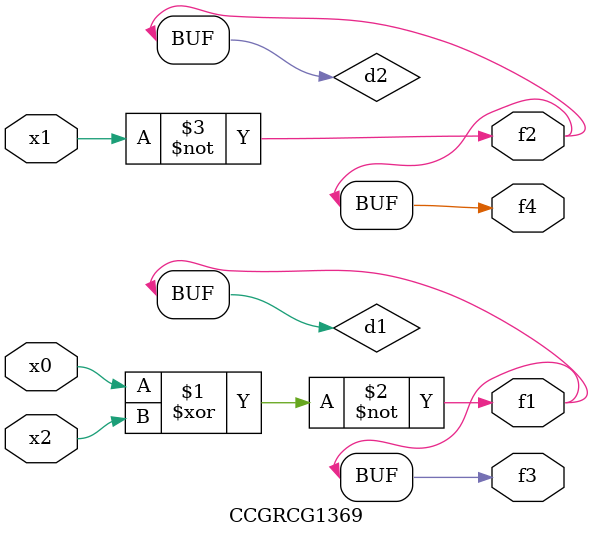
<source format=v>
module CCGRCG1369(
	input x0, x1, x2,
	output f1, f2, f3, f4
);

	wire d1, d2, d3;

	xnor (d1, x0, x2);
	nand (d2, x1);
	nor (d3, x1, x2);
	assign f1 = d1;
	assign f2 = d2;
	assign f3 = d1;
	assign f4 = d2;
endmodule

</source>
